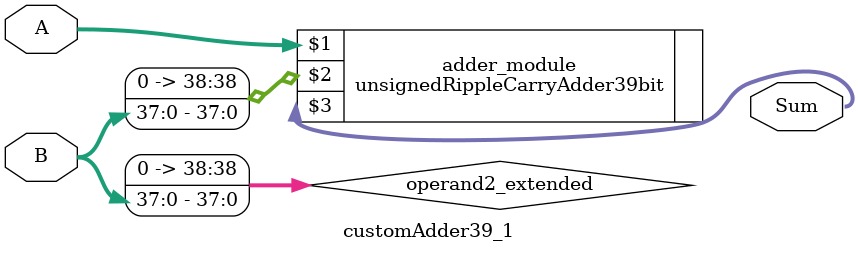
<source format=v>
module customAdder39_1(
                        input [38 : 0] A,
                        input [37 : 0] B,
                        
                        output [39 : 0] Sum
                );

        wire [38 : 0] operand2_extended;
        
        assign operand2_extended =  {1'b0, B};
        
        unsignedRippleCarryAdder39bit adder_module(
            A,
            operand2_extended,
            Sum
        );
        
        endmodule
        
</source>
